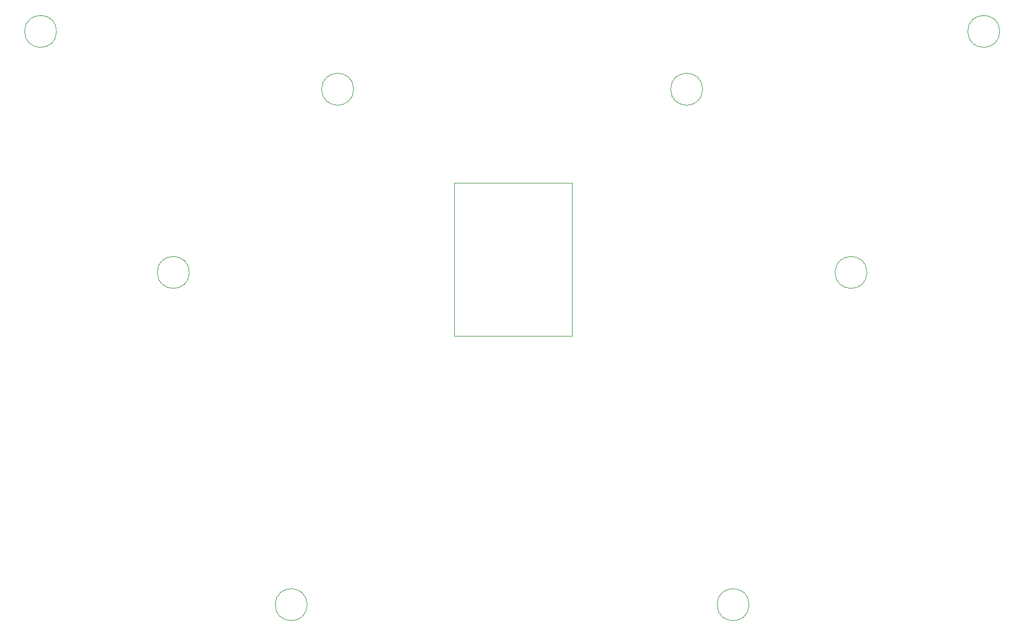
<source format=gbr>
%TF.GenerationSoftware,KiCad,Pcbnew,9.0.0*%
%TF.CreationDate,2025-02-21T22:11:59+01:00*%
%TF.ProjectId,chouchou_mx,63686f75-6368-46f7-955f-6d782e6b6963,v1.0.0*%
%TF.SameCoordinates,Original*%
%TF.FileFunction,Other,User*%
%FSLAX46Y46*%
G04 Gerber Fmt 4.6, Leading zero omitted, Abs format (unit mm)*
G04 Created by KiCad (PCBNEW 9.0.0) date 2025-02-21 22:11:59*
%MOMM*%
%LPD*%
G01*
G04 APERTURE LIST*
%ADD10C,0.050000*%
G04 APERTURE END LIST*
D10*
%TO.C,_1*%
X56218200Y-109248900D02*
G75*
G02*
X51318200Y-109248900I-2450000J0D01*
G01*
X51318200Y-109248900D02*
G75*
G02*
X56218200Y-109248900I2450000J0D01*
G01*
%TO.C,_4*%
X180254400Y-146176700D02*
G75*
G02*
X175354400Y-146176700I-2450000J0D01*
G01*
X175354400Y-146176700D02*
G75*
G02*
X180254400Y-146176700I2450000J0D01*
G01*
%TO.C,_5*%
X101681999Y-118108900D02*
G75*
G02*
X96782001Y-118108900I-2449999J0D01*
G01*
X96782001Y-118108900D02*
G75*
G02*
X101681999Y-118108900I2449999J0D01*
G01*
%TO.C,RP2040Zero1*%
X117100600Y-132422600D02*
X135100600Y-132422600D01*
X117100600Y-155922600D02*
X117100600Y-132422600D01*
X135100600Y-132422600D02*
X135100600Y-155922600D01*
X135100600Y-155922600D02*
X117100600Y-155922600D01*
%TO.C,_7*%
X94574300Y-197093900D02*
G75*
G02*
X89674300Y-197093900I-2450000J0D01*
G01*
X89674300Y-197093900D02*
G75*
G02*
X94574300Y-197093900I2450000J0D01*
G01*
%TO.C,_3*%
X76526800Y-146176700D02*
G75*
G02*
X71626800Y-146176700I-2450000J0D01*
G01*
X71626800Y-146176700D02*
G75*
G02*
X76526800Y-146176700I2450000J0D01*
G01*
%TO.C,_6*%
X155099199Y-118108900D02*
G75*
G02*
X150199201Y-118108900I-2449999J0D01*
G01*
X150199201Y-118108900D02*
G75*
G02*
X155099199Y-118108900I2449999J0D01*
G01*
%TO.C,_2*%
X200563000Y-109248900D02*
G75*
G02*
X195663000Y-109248900I-2450000J0D01*
G01*
X195663000Y-109248900D02*
G75*
G02*
X200563000Y-109248900I2450000J0D01*
G01*
%TO.C,_8*%
X162206900Y-197093900D02*
G75*
G02*
X157306900Y-197093900I-2450000J0D01*
G01*
X157306900Y-197093900D02*
G75*
G02*
X162206900Y-197093900I2450000J0D01*
G01*
%TD*%
M02*

</source>
